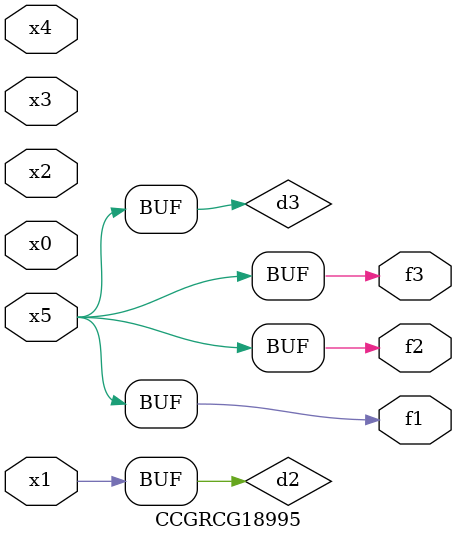
<source format=v>
module CCGRCG18995(
	input x0, x1, x2, x3, x4, x5,
	output f1, f2, f3
);

	wire d1, d2, d3;

	not (d1, x5);
	or (d2, x1);
	xnor (d3, d1);
	assign f1 = d3;
	assign f2 = d3;
	assign f3 = d3;
endmodule

</source>
